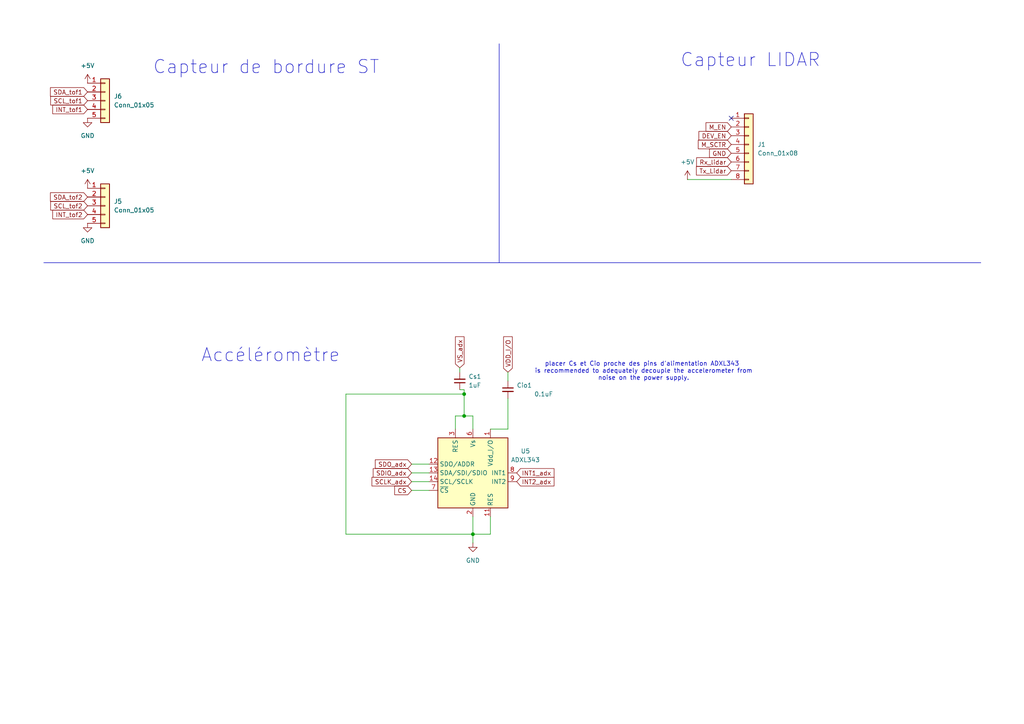
<source format=kicad_sch>
(kicad_sch (version 20231120) (generator "eeschema") (generator_version "8.0")
  (paper "A4")
  (lib_symbols
    (symbol "Connector_Generic:Conn_01x05" (pin_names (offset 1.016) hide)
      (property "Reference" "J" (at 0 7.62 0))
      (property "Value" "Conn_01x05" (at 0 -7.62 0))
      (symbol "Conn_01x05_1_1"
        (rectangle (start -1.27 -4.953) (end 0 -5.207) (stroke (width 0.1524)))
        (rectangle (start -1.27 -2.413) (end 0 -2.667) (stroke (width 0.1524)))
        (rectangle (start -1.27 0.127) (end 0 -0.127) (stroke (width 0.1524)))
        (rectangle (start -1.27 2.667) (end 0 2.413) (stroke (width 0.1524)))
        (rectangle (start -1.27 5.207) (end 0 4.953) (stroke (width 0.1524)))
        (rectangle (start -1.27 6.35) (end 1.27 -6.35) (stroke (width 0.254)) (fill (type background)))
        (pin passive line (at -5.08 5.08 0) (length 3.81) (name "Pin_1") (number "1"))
        (pin passive line (at -5.08 2.54 0) (length 3.81) (name "Pin_2") (number "2"))
        (pin passive line (at -5.08 0 0) (length 3.81) (name "Pin_3") (number "3"))
        (pin passive line (at -5.08 -2.54 0) (length 3.81) (name "Pin_4") (number "4"))
        (pin passive line (at -5.08 -5.08 0) (length 3.81) (name "Pin_5") (number "5"))
      )
    )
    (symbol "Connector_Generic:Conn_01x08" (pin_names (offset 1.016) hide)
      (property "Reference" "J" (at 0 10.16 0))
      (property "Value" "Conn_01x08" (at 0 -12.7 0))
      (symbol "Conn_01x08_1_1"
        (rectangle (start -1.27 -10.033) (end 0 -10.287) (stroke (width 0.1524)))
        (rectangle (start -1.27 -7.493) (end 0 -7.747) (stroke (width 0.1524)))
        (rectangle (start -1.27 -4.953) (end 0 -5.207) (stroke (width 0.1524)))
        (rectangle (start -1.27 -2.413) (end 0 -2.667) (stroke (width 0.1524)))
        (rectangle (start -1.27 0.127) (end 0 -0.127) (stroke (width 0.1524)))
        (rectangle (start -1.27 2.667) (end 0 2.413) (stroke (width 0.1524)))
        (rectangle (start -1.27 5.207) (end 0 4.953) (stroke (width 0.1524)))
        (rectangle (start -1.27 7.747) (end 0 7.493) (stroke (width 0.1524)))
        (rectangle (start -1.27 8.89) (end 1.27 -11.43) (stroke (width 0.254)) (fill (type background)))
        (pin passive line (at -5.08 7.62 0) (length 3.81) (name "Pin_1") (number "1"))
        (pin passive line (at -5.08 5.08 0) (length 3.81) (name "Pin_2") (number "2"))
        (pin passive line (at -5.08 2.54 0) (length 3.81) (name "Pin_3") (number "3"))
        (pin passive line (at -5.08 0 0) (length 3.81) (name "Pin_4") (number "4"))
        (pin passive line (at -5.08 -2.54 0) (length 3.81) (name "Pin_5") (number "5"))
        (pin passive line (at -5.08 -5.08 0) (length 3.81) (name "Pin_6") (number "6"))
        (pin passive line (at -5.08 -7.62 0) (length 3.81) (name "Pin_7") (number "7"))
        (pin passive line (at -5.08 -10.16 0) (length 3.81) (name "Pin_8") (number "8"))
      )
    )
    (symbol "Device:C_Small" (pin_numbers hide) (pin_names (offset 0.254) hide)
      (property "Reference" "C" (at 0.254 1.778 0))
      (property "Value" "C_Small" (at 0.254 -2.032 0))
      (symbol "C_Small_0_1"
        (polyline (pts (xy -1.524 -0.508) (xy 1.524 -0.508)) (stroke (width 0.3302)))
        (polyline (pts (xy -1.524 0.508) (xy 1.524 0.508)) (stroke (width 0.3048)))
      )
      (symbol "C_Small_1_1"
        (pin passive line (at 0 2.54 270) (length 2.032) (name "~") (number "1"))
        (pin passive line (at 0 -2.54 90) (length 2.032) (name "~") (number "2"))
      )
    )
    (symbol "Sensor_Motion:ADXL343"
      (property "Reference" "U" (at -8.89 11.43 0))
      (property "Value" "ADXL343" (at -7.62 -11.43 0))
      (symbol "ADXL343_0_1"
        (rectangle (start -10.16 10.16) (end 10.16 -10.16) (stroke (width 0.254)) (fill (type background)))
      )
      (symbol "ADXL343_1_1"
        (pin power_in line (at 5.08 12.7 270) (length 2.54) (name "Vdd_I/O") (number "1"))
        (pin no_connect line (at -5.08 -10.16 90) (length 2.54) hide (name "NC") (number "10"))
        (pin passive line (at 5.08 -12.7 90) (length 2.54) (name "RES") (number "11"))
        (pin bidirectional line (at -12.7 2.54 0) (length 2.54) (name "SDO/ADDR") (number "12"))
        (pin bidirectional line (at -12.7 0 0) (length 2.54) (name "SDA/SDI/SDIO") (number "13"))
        (pin input line (at -12.7 -2.54 0) (length 2.54) (name "SCL/SCLK") (number "14"))
        (pin power_in line (at 0 -12.7 90) (length 2.54) (name "GND") (number "2"))
        (pin passive line (at -5.08 12.7 270) (length 2.54) (name "RES") (number "3"))
        (pin passive line (at 0 -12.7 90) (length 2.54) hide (name "GND") (number "4"))
        (pin passive line (at 0 -12.7 90) (length 2.54) hide (name "GND") (number "5"))
        (pin power_in line (at 0 12.7 270) (length 2.54) (name "Vs") (number "6"))
        (pin input line (at -12.7 -5.08 0) (length 2.54) (name "~{CS}") (number "7"))
        (pin output line (at 12.7 0 180) (length 2.54) (name "INT1") (number "8"))
        (pin output line (at 12.7 -2.54 180) (length 2.54) (name "INT2") (number "9"))
      )
    )
    (symbol "power:+5V" (power) (pin_numbers hide) (pin_names (offset 0) hide)
      (property "Value" "+5V" (at 0 3.556 0))
      (symbol "+5V_0_1"
        (polyline (pts (xy -0.762 1.27) (xy 0 2.54)))
        (polyline (pts (xy 0 0) (xy 0 2.54)))
        (polyline (pts (xy 0 2.54) (xy 0.762 1.27)))
      )
      (symbol "+5V_1_1"
        (pin power_in line (at 0 0 90) (length 0) (name "~") (number "1"))
      )
    )
    (symbol "power:GND" (power) (pin_numbers hide) (pin_names (offset 0) hide)
      (property "Value" "GND" (at 0 -3.81 0))
      (symbol "GND_0_1"
        (polyline (pts (xy 0 0) (xy 0 -1.27) (xy 1.27 -1.27) (xy 0 -2.54) (xy -1.27 -1.27) (xy 0 -1.27)))
      )
      (symbol "GND_1_1"
        (pin power_in line (at 0 0 270) (length 0) (name "~") (number "1"))
      )
    )
  )
  (junction (at 134.62 120.65))
  (junction (at 137.16 154.94))
  (junction (at 134.62 114.3))
  (no_connect (at 212.09 34.29))
  (wire (pts (xy 134.62 120.65) (xy 137.16 120.65)))
  (wire (pts (xy 147.32 124.46) (xy 142.24 124.46)))
  (wire (pts (xy 137.16 124.46) (xy 137.16 120.65)))
  (wire (pts (xy 137.16 149.86) (xy 137.16 154.94)))
  (wire (pts (xy 119.38 142.24) (xy 124.46 142.24)))
  (wire (pts (xy 142.24 149.86) (xy 142.24 154.94)))
  (wire (pts (xy 133.35 106.68) (xy 133.35 107.95)))
  (polyline (pts (xy 144.78 76.2) (xy 284.48 76.2)))
  (wire (pts (xy 147.32 115.57) (xy 147.32 124.46)))
  (wire (pts (xy 147.32 107.95) (xy 147.32 110.49)))
  (wire (pts (xy 132.08 124.46) (xy 132.08 120.65)))
  (polyline (pts (xy 12.7 76.2) (xy 144.78 76.2)))
  (wire (pts (xy 132.08 120.65) (xy 134.62 120.65)))
  (wire (pts (xy 100.33 114.3) (xy 134.62 114.3)))
  (wire (pts (xy 100.33 154.94) (xy 100.33 114.3)))
  (wire (pts (xy 137.16 154.94) (xy 137.16 157.48)))
  (wire (pts (xy 119.38 134.62) (xy 124.46 134.62)))
  (wire (pts (xy 137.16 154.94) (xy 100.33 154.94)))
  (wire (pts (xy 119.38 139.7) (xy 124.46 139.7)))
  (wire (pts (xy 134.62 120.65) (xy 134.62 114.3)))
  (wire (pts (xy 134.62 114.3) (xy 134.62 113.03)))
  (wire (pts (xy 134.62 113.03) (xy 133.35 113.03)))
  (wire (pts (xy 137.16 154.94) (xy 142.24 154.94)))
  (wire (pts (xy 119.38 137.16) (xy 124.46 137.16)))
  (polyline (pts (xy 144.78 12.7) (xy 144.78 76.2)))
  (wire (pts (xy 199.39 52.07) (xy 212.09 52.07)))
  (text "Accéléromètre" (at 78.486 103.124 0) (effects (font (size 3.81 3.81))))
  (text "Capteur de bordure ST" (at 77.216 19.558 0) (effects (font (size 3.81 3.81))))
  (text "placer Cs et Cio proche des pins d'alimentation ADXL343 \nis recommended to adequately decouple the accelerometer from\nnoise on the power supply." (at 186.69 107.696 0) (effects (font (size 1.27 1.27))))
  (text "Capteur LIDAR" (at 217.678 17.526 0) (effects (font (size 3.81 3.81))))
  (global_label "DEV_EN" (shape input) (at 212.09 39.37 180) (property "Intersheetrefs" "${INTERSHEET_REFS}" (effects (hide yes))))
  (global_label "INT_tof2" (shape input) (at 25.4 62.23 180) (property "Intersheetrefs" "${INTERSHEET_REFS}" (effects (hide yes))))
  (global_label "VDD_I{slash}O" (shape input) (at 147.32 107.95 90) (property "Intersheetrefs" "${INTERSHEET_REFS}" (effects (hide yes))))
  (global_label "SDIO_adx" (shape input) (at 119.38 137.16 180) (property "Intersheetrefs" "${INTERSHEET_REFS}" (effects (hide yes))))
  (global_label "INT1_adx" (shape input) (at 149.86 137.16 0) (property "Intersheetrefs" "${INTERSHEET_REFS}" (effects (hide yes))))
  (global_label "INT_tof1" (shape input) (at 25.4 31.75 180) (property "Intersheetrefs" "${INTERSHEET_REFS}" (effects (hide yes))))
  (global_label "INT2_adx" (shape input) (at 149.86 139.7 0) (property "Intersheetrefs" "${INTERSHEET_REFS}" (effects (hide yes))))
  (global_label "VS_adx" (shape input) (at 133.35 106.68 90) (property "Intersheetrefs" "${INTERSHEET_REFS}" (effects (hide yes))))
  (global_label "M_EN" (shape input) (at 212.09 36.83 180) (property "Intersheetrefs" "${INTERSHEET_REFS}" (effects (hide yes))))
  (global_label "Tx_Lidar" (shape input) (at 212.09 49.53 180) (property "Intersheetrefs" "${INTERSHEET_REFS}" (effects (hide yes))))
  (global_label "Rx_lidar" (shape input) (at 212.09 46.99 180) (property "Intersheetrefs" "${INTERSHEET_REFS}" (effects (hide yes))))
  (global_label "SDA_tof2" (shape input) (at 25.4 57.15 180) (property "Intersheetrefs" "${INTERSHEET_REFS}" (effects (hide yes))))
  (global_label "CS" (shape input) (at 119.38 142.24 180) (property "Intersheetrefs" "${INTERSHEET_REFS}" (effects (hide yes))))
  (global_label "SDO_adx" (shape input) (at 119.38 134.62 180) (property "Intersheetrefs" "${INTERSHEET_REFS}" (effects (hide yes))))
  (global_label "SCL_tof1" (shape input) (at 25.4 29.21 180) (property "Intersheetrefs" "${INTERSHEET_REFS}" (effects (hide yes))))
  (global_label "M_SCTR" (shape input) (at 212.09 41.91 180) (property "Intersheetrefs" "${INTERSHEET_REFS}" (effects (hide yes))))
  (global_label "SCLK_adx" (shape input) (at 119.38 139.7 180) (property "Intersheetrefs" "${INTERSHEET_REFS}" (effects (hide yes))))
  (global_label "SCL_tof2" (shape input) (at 25.4 59.69 180) (property "Intersheetrefs" "${INTERSHEET_REFS}" (effects (hide yes))))
  (global_label "GND" (shape input) (at 212.09 44.45 180) (property "Intersheetrefs" "${INTERSHEET_REFS}" (effects (hide yes))))
  (global_label "SDA_tof1" (shape input) (at 25.4 26.67 180) (property "Intersheetrefs" "${INTERSHEET_REFS}" (effects (hide yes))))
  (symbol (lib_id "Connector_Generic:Conn_01x05") (at 30.48 59.69 0) (unit 1)
    (property "Reference" "J5" (at 33.02 58.4199 0) (effects (justify left)))
    (property "Value" "Conn_01x05" (at 33.02 60.9599 0) (effects (justify left)))
    (property "Footprint" "Connector_JST:JST_XH_S8B-XH-A_1x08_P2.50mm_Horizontal" (effects (hide yes)))
    (property "Description" "Generic connector, single row, 01x05, script generated (kicad-library-utils/schlib/autogen/connector/)" (effects (hide yes)))
  )
  (symbol (lib_id "power:+5V") (at 25.4 54.61 0) (unit 1)
    (property "Reference" "#PWR054" (effects (hide yes)))
    (property "Value" "+5V" (at 25.4 49.53 0))
    (property "Description" "Power symbol creates a global label with name \"+5V\"" (effects (hide yes)))
  )
  (symbol (lib_id "power:GND") (at 25.4 34.29 0) (unit 1)
    (property "Reference" "#PWR01" (effects (hide yes)))
    (property "Value" "GND" (at 25.4 39.37 0))
    (property "Description" "Power symbol creates a global label with name \"GND\" , ground" (effects (hide yes)))
  )
  (symbol (lib_id "Connector_Generic:Conn_01x08") (at 217.17 41.91 0) (unit 1)
    (property "Reference" "J1" (at 219.71 41.9099 0) (effects (justify left)))
    (property "Value" "Conn_01x08" (at 219.71 44.4499 0) (effects (justify left)))
    (property "Footprint" "Connector_JST:JST_XH_S8B-XH-A_1x08_P2.50mm_Horizontal" (effects (hide yes)))
    (property "Description" "Generic connector, single row, 01x08, script generated (kicad-library-utils/schlib/autogen/connector/)" (effects (hide yes)))
  )
  (symbol (lib_id "power:+5V") (at 199.39 52.07 0) (unit 1)
    (property "Reference" "#PWR022" (effects (hide yes)))
    (property "Value" "+5V" (at 199.39 46.99 0))
    (property "Description" "Power symbol creates a global label with name \"+5V\"" (effects (hide yes)))
  )
  (symbol (lib_id "Connector_Generic:Conn_01x05") (at 30.48 29.21 0) (unit 1)
    (property "Reference" "J6" (at 33.02 27.9399 0) (effects (justify left)))
    (property "Value" "Conn_01x05" (at 33.02 30.4799 0) (effects (justify left)))
    (property "Footprint" "Connector_JST:JST_XH_S8B-XH-A_1x08_P2.50mm_Horizontal" (effects (hide yes)))
    (property "Description" "Generic connector, single row, 01x05, script generated (kicad-library-utils/schlib/autogen/connector/)" (effects (hide yes)))
  )
  (symbol (lib_id "Sensor_Motion:ADXL343") (at 137.16 137.16 0) (unit 1)
    (property "Reference" "U5" (at 152.4 130.8414 0))
    (property "Value" "ADXL343" (at 152.4 133.3814 0))
    (property "Footprint" "Package_LGA:LGA-14_3x5mm_P0.8mm_LayoutBorder1x6y" (effects (hide yes)))
    (property "Datasheet" "https://www.analog.com/media/en/technical-documentation/data-sheets/ADXL343.pdf" (effects (hide yes)))
    (property "Description" "3-Axis MEMS Accelerometer, 2/4/8/16g range, I2C/SPI, LGA-14" (effects (hide yes)))
  )
  (symbol (lib_id "power:GND") (at 137.16 157.48 0) (unit 1)
    (property "Reference" "#PWR058" (effects (hide yes)))
    (property "Value" "GND" (at 137.16 162.56 0))
    (property "Description" "Power symbol creates a global label with name \"GND\" , ground" (effects (hide yes)))
  )
  (symbol (lib_id "power:+5V") (at 25.4 24.13 0) (unit 1)
    (property "Reference" "#PWR023" (effects (hide yes)))
    (property "Value" "+5V" (at 25.4 19.05 0))
    (property "Description" "Power symbol creates a global label with name \"+5V\"" (effects (hide yes)))
  )
  (symbol (lib_id "power:GND") (at 25.4 64.77 0) (unit 1)
    (property "Reference" "#PWR055" (effects (hide yes)))
    (property "Value" "GND" (at 25.4 69.85 0))
    (property "Description" "Power symbol creates a global label with name \"GND\" , ground" (effects (hide yes)))
  )
  (symbol (lib_id "Device:C_Small") (at 133.35 110.49 180) (unit 1)
    (property "Reference" "Cs1" (at 135.89 109.2135 0) (effects (justify right)))
    (property "Value" "1uF" (at 135.89 111.7535 0) (effects (justify right)))
    (property "Description" "Unpolarized capacitor, small symbol" (effects (hide yes)))
  )
  (symbol (lib_id "Device:C_Small") (at 147.32 113.03 0) (unit 1)
    (property "Reference" "Cio1" (at 149.86 111.7662 0) (effects (justify left)))
    (property "Value" "0.1uF" (at 154.94 114.3062 0) (effects (justify left)))
    (property "Description" "Unpolarized capacitor, small symbol" (effects (hide yes)))
  )
)
</source>
